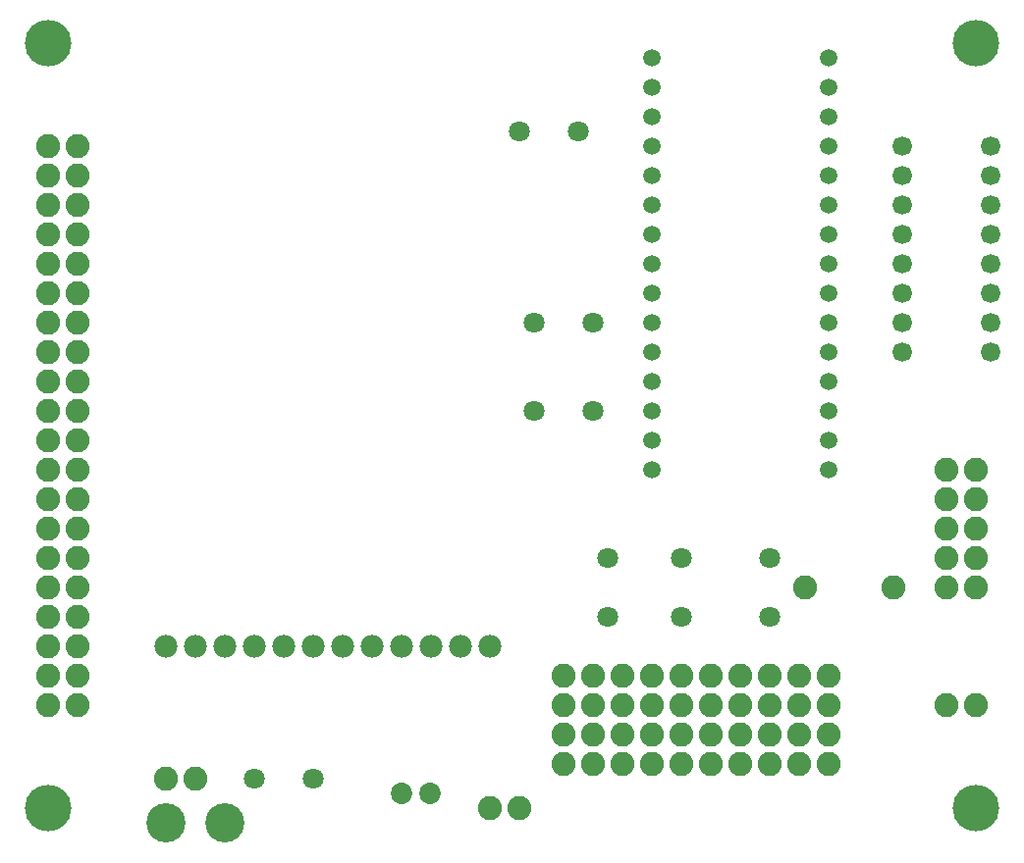
<source format=gbs>
G75*
%MOIN*%
%OFA0B0*%
%FSLAX25Y25*%
%IPPOS*%
%LPD*%
%AMOC8*
5,1,8,0,0,1.08239X$1,22.5*
%
%ADD10C,0.15800*%
%ADD11C,0.05950*%
%ADD12C,0.07100*%
%ADD13C,0.07300*%
%ADD14C,0.08200*%
%ADD15C,0.06619*%
%ADD16C,0.07800*%
%ADD17C,0.13300*%
D10*
X0016500Y0016833D03*
X0016500Y0276833D03*
X0331500Y0276833D03*
X0331500Y0016833D03*
D11*
X0281500Y0131833D03*
X0281500Y0141833D03*
X0281500Y0151833D03*
X0281500Y0161833D03*
X0281500Y0171833D03*
X0281500Y0181833D03*
X0281500Y0191833D03*
X0281500Y0201833D03*
X0281500Y0211833D03*
X0281500Y0221833D03*
X0281500Y0231833D03*
X0281500Y0241833D03*
X0281500Y0251833D03*
X0281500Y0261833D03*
X0281500Y0271833D03*
X0221500Y0271833D03*
X0221500Y0261833D03*
X0221500Y0251833D03*
X0221500Y0241833D03*
X0221500Y0231833D03*
X0221500Y0221833D03*
X0221500Y0211833D03*
X0221500Y0201833D03*
X0221500Y0191833D03*
X0221500Y0181833D03*
X0221500Y0171833D03*
X0221500Y0161833D03*
X0221500Y0151833D03*
X0221500Y0141833D03*
X0221500Y0131833D03*
D12*
X0201500Y0151833D03*
X0181500Y0151833D03*
X0181500Y0181833D03*
X0201500Y0181833D03*
X0196500Y0246833D03*
X0176500Y0246833D03*
X0206500Y0101833D03*
X0206500Y0081833D03*
X0231500Y0081833D03*
X0231500Y0101833D03*
X0261500Y0101833D03*
X0261500Y0081833D03*
X0106500Y0026833D03*
X0086500Y0026833D03*
D13*
X0136579Y0021833D03*
X0146421Y0021833D03*
D14*
X0166500Y0016833D03*
X0176500Y0016833D03*
X0191500Y0031833D03*
X0201500Y0031833D03*
X0211500Y0031833D03*
X0221500Y0031833D03*
X0231500Y0031833D03*
X0241500Y0031833D03*
X0251500Y0031833D03*
X0261500Y0031833D03*
X0271500Y0031833D03*
X0281500Y0031833D03*
X0281500Y0041833D03*
X0271500Y0041833D03*
X0261500Y0041833D03*
X0251500Y0041833D03*
X0241500Y0041833D03*
X0231500Y0041833D03*
X0221500Y0041833D03*
X0211500Y0041833D03*
X0201500Y0041833D03*
X0191500Y0041833D03*
X0191500Y0051833D03*
X0201500Y0051833D03*
X0211500Y0051833D03*
X0221500Y0051833D03*
X0231500Y0051833D03*
X0241500Y0051833D03*
X0251500Y0051833D03*
X0261500Y0051833D03*
X0271500Y0051833D03*
X0281500Y0051833D03*
X0281500Y0061833D03*
X0271500Y0061833D03*
X0261500Y0061833D03*
X0251500Y0061833D03*
X0241500Y0061833D03*
X0231500Y0061833D03*
X0221500Y0061833D03*
X0211500Y0061833D03*
X0201500Y0061833D03*
X0191500Y0061833D03*
X0273500Y0091833D03*
X0303500Y0091833D03*
X0321500Y0091833D03*
X0331500Y0091833D03*
X0331500Y0101833D03*
X0321500Y0101833D03*
X0321500Y0111833D03*
X0331500Y0111833D03*
X0331500Y0121833D03*
X0321500Y0121833D03*
X0321500Y0131833D03*
X0331500Y0131833D03*
X0331500Y0051833D03*
X0321500Y0051833D03*
X0066500Y0026833D03*
X0056500Y0026833D03*
X0026500Y0051833D03*
X0016500Y0051833D03*
X0016500Y0061833D03*
X0026500Y0061833D03*
X0026500Y0071833D03*
X0016500Y0071833D03*
X0016500Y0081833D03*
X0026500Y0081833D03*
X0026500Y0091833D03*
X0016500Y0091833D03*
X0016500Y0101833D03*
X0026500Y0101833D03*
X0026500Y0111833D03*
X0016500Y0111833D03*
X0016500Y0121833D03*
X0026500Y0121833D03*
X0026500Y0131833D03*
X0016500Y0131833D03*
X0016500Y0141833D03*
X0026500Y0141833D03*
X0026500Y0151833D03*
X0016500Y0151833D03*
X0016500Y0161833D03*
X0026500Y0161833D03*
X0026500Y0171833D03*
X0016500Y0171833D03*
X0016500Y0181833D03*
X0026500Y0181833D03*
X0026500Y0191833D03*
X0016500Y0191833D03*
X0016500Y0201833D03*
X0026500Y0201833D03*
X0026500Y0211833D03*
X0016500Y0211833D03*
X0016500Y0221833D03*
X0026500Y0221833D03*
X0026500Y0231833D03*
X0016500Y0231833D03*
X0016500Y0241833D03*
X0026500Y0241833D03*
D15*
X0306500Y0241833D03*
X0306500Y0231833D03*
X0306500Y0221833D03*
X0306500Y0211833D03*
X0306500Y0201833D03*
X0306500Y0191833D03*
X0306500Y0181833D03*
X0306500Y0171833D03*
X0336500Y0171833D03*
X0336500Y0181833D03*
X0336500Y0191833D03*
X0336500Y0201833D03*
X0336500Y0211833D03*
X0336500Y0221833D03*
X0336500Y0231833D03*
X0336500Y0241833D03*
D16*
X0166500Y0071833D03*
X0156500Y0071833D03*
X0146500Y0071833D03*
X0136500Y0071833D03*
X0126500Y0071833D03*
X0116500Y0071833D03*
X0106500Y0071833D03*
X0096500Y0071833D03*
X0086500Y0071833D03*
X0076500Y0071833D03*
X0066500Y0071833D03*
X0056500Y0071833D03*
D17*
X0056500Y0011833D03*
X0076500Y0011833D03*
M02*

</source>
